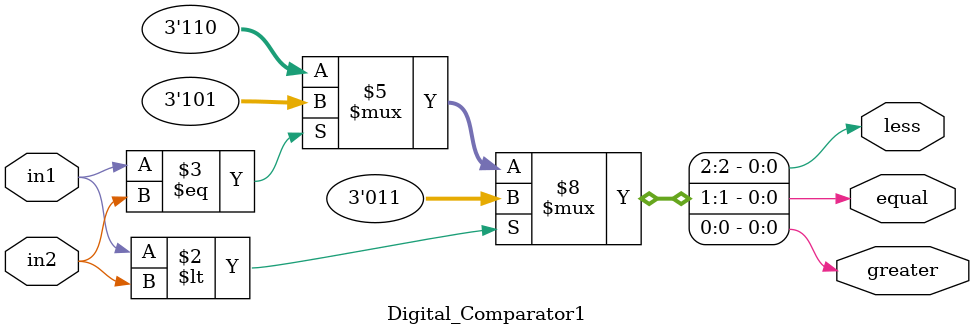
<source format=v>
module Digital_Comparator1(
input in1,
input in2,

output reg less,
output reg greater,
output reg equal
);

always @(in1 or in2) begin
if(in1<in2)
{less,equal,greater} <= 3'b011;
else if(in1==in2)
{less,equal,greater} <= 3'b101;
else
{less,equal,greater} <= 3'b110;
end

endmodule
</source>
